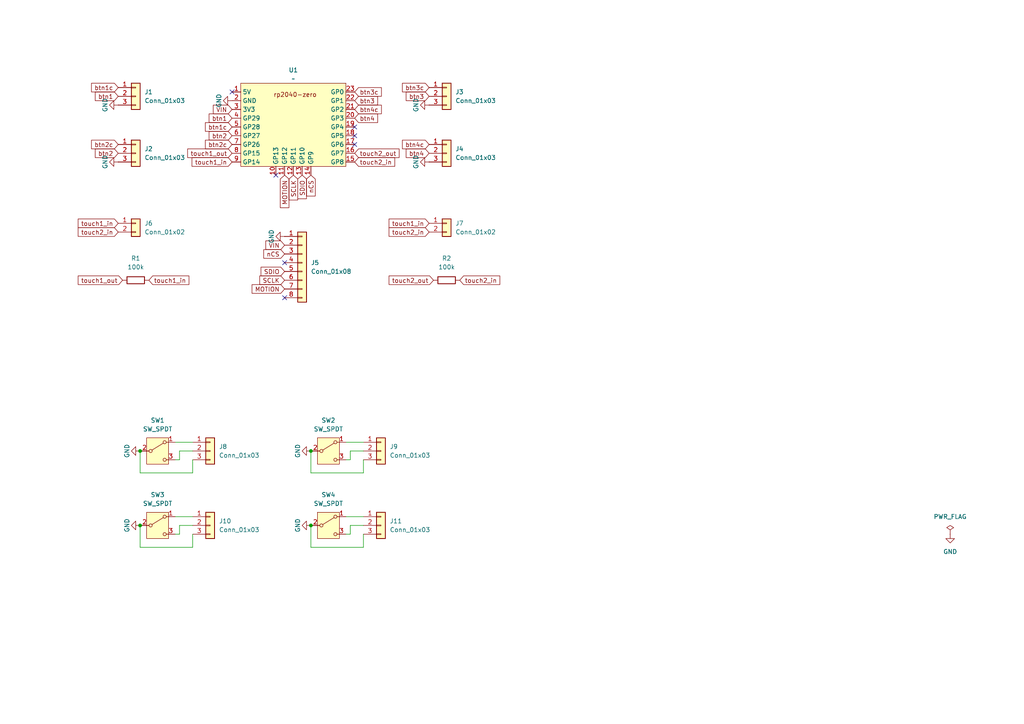
<source format=kicad_sch>
(kicad_sch (version 20231120) (generator "eeschema") (generator_version "8.0")
  (paper "A4")
  (lib_symbols
    (symbol "Connector_Generic:Conn_01x02" (pin_names (offset 1.016) hide)
      (property "Reference" "J" (at 0 2.54 0))
      (property "Value" "Conn_01x02" (at 0 -5.08 0))
      (symbol "Conn_01x02_1_1"
        (rectangle (start -1.27 -2.413) (end 0 -2.667) (stroke (width 0.1524)))
        (rectangle (start -1.27 0.127) (end 0 -0.127) (stroke (width 0.1524)))
        (rectangle (start -1.27 1.27) (end 1.27 -3.81) (stroke (width 0.254)) (fill (type background)))
        (pin passive line (at -5.08 0 0) (length 3.81) (name "Pin_1") (number "1"))
        (pin passive line (at -5.08 -2.54 0) (length 3.81) (name "Pin_2") (number "2"))
      )
    )
    (symbol "Connector_Generic:Conn_01x03" (pin_names (offset 1.016) hide)
      (property "Reference" "J" (at 0 5.08 0))
      (property "Value" "Conn_01x03" (at 0 -5.08 0))
      (symbol "Conn_01x03_1_1"
        (rectangle (start -1.27 -2.413) (end 0 -2.667) (stroke (width 0.1524)))
        (rectangle (start -1.27 0.127) (end 0 -0.127) (stroke (width 0.1524)))
        (rectangle (start -1.27 2.667) (end 0 2.413) (stroke (width 0.1524)))
        (rectangle (start -1.27 3.81) (end 1.27 -3.81) (stroke (width 0.254)) (fill (type background)))
        (pin passive line (at -5.08 2.54 0) (length 3.81) (name "Pin_1") (number "1"))
        (pin passive line (at -5.08 0 0) (length 3.81) (name "Pin_2") (number "2"))
        (pin passive line (at -5.08 -2.54 0) (length 3.81) (name "Pin_3") (number "3"))
      )
    )
    (symbol "Connector_Generic:Conn_01x08" (pin_names (offset 1.016) hide)
      (property "Reference" "J" (at 0 10.16 0))
      (property "Value" "Conn_01x08" (at 0 -12.7 0))
      (symbol "Conn_01x08_1_1"
        (rectangle (start -1.27 -10.033) (end 0 -10.287) (stroke (width 0.1524)))
        (rectangle (start -1.27 -7.493) (end 0 -7.747) (stroke (width 0.1524)))
        (rectangle (start -1.27 -4.953) (end 0 -5.207) (stroke (width 0.1524)))
        (rectangle (start -1.27 -2.413) (end 0 -2.667) (stroke (width 0.1524)))
        (rectangle (start -1.27 0.127) (end 0 -0.127) (stroke (width 0.1524)))
        (rectangle (start -1.27 2.667) (end 0 2.413) (stroke (width 0.1524)))
        (rectangle (start -1.27 5.207) (end 0 4.953) (stroke (width 0.1524)))
        (rectangle (start -1.27 7.747) (end 0 7.493) (stroke (width 0.1524)))
        (rectangle (start -1.27 8.89) (end 1.27 -11.43) (stroke (width 0.254)) (fill (type background)))
        (pin passive line (at -5.08 7.62 0) (length 3.81) (name "Pin_1") (number "1"))
        (pin passive line (at -5.08 5.08 0) (length 3.81) (name "Pin_2") (number "2"))
        (pin passive line (at -5.08 2.54 0) (length 3.81) (name "Pin_3") (number "3"))
        (pin passive line (at -5.08 0 0) (length 3.81) (name "Pin_4") (number "4"))
        (pin passive line (at -5.08 -2.54 0) (length 3.81) (name "Pin_5") (number "5"))
        (pin passive line (at -5.08 -5.08 0) (length 3.81) (name "Pin_6") (number "6"))
        (pin passive line (at -5.08 -7.62 0) (length 3.81) (name "Pin_7") (number "7"))
        (pin passive line (at -5.08 -10.16 0) (length 3.81) (name "Pin_8") (number "8"))
      )
    )
    (symbol "Device:R" (pin_numbers hide) (pin_names (offset 0))
      (property "Reference" "R" (at 2.032 0 90))
      (property "Value" "R" (at 0 0 90))
      (symbol "R_0_1"
        (rectangle (start -1.016 -2.54) (end 1.016 2.54) (stroke (width 0.254)))
      )
      (symbol "R_1_1"
        (pin passive line (at 0 3.81 270) (length 1.27) (name "~") (number "1"))
        (pin passive line (at 0 -3.81 90) (length 1.27) (name "~") (number "2"))
      )
    )
    (symbol "Switch:SW_SPDT" (pin_names (offset 0) hide)
      (property "Reference" "SW" (at 0 5.08 0))
      (property "Value" "SW_SPDT" (at 0 -5.08 0))
      (symbol "SW_SPDT_0_1"
        (circle (center -2.032 0) (radius 0.4572))
        (polyline (pts (xy -1.651 0.254) (xy 1.651 2.286)))
        (circle (center 2.032 -2.54) (radius 0.4572))
        (circle (center 2.032 2.54) (radius 0.4572))
      )
      (symbol "SW_SPDT_1_1"
        (rectangle (start -3.175 3.81) (end 3.175 -3.81) (fill (type background)))
        (pin passive line (at 5.08 2.54 180) (length 2.54) (name "A") (number "1"))
        (pin passive line (at -5.08 0 0) (length 2.54) (name "B") (number "2"))
        (pin passive line (at 5.08 -2.54 180) (length 2.54) (name "C") (number "3"))
      )
    )
    (symbol "kwkb:rp2040-zero"
      (property "Reference" "U" (at -11.684 30.988 0))
      (symbol "rp2040-zero_0_1"
        (rectangle (start -15.24 29.21) (end 15.24 5.08) (fill (type background)))
      )
      (symbol "rp2040-zero_1_0"
        (text "rp2040-zero" (at 0.508 25.908 0) (effects (font (size 1.27 1.27))))
      )
      (symbol "rp2040-zero_1_1"
        (pin power_in line (at -17.78 26.67 0) (length 2.54) (name "5V") (number "1"))
        (pin bidirectional line (at -5.08 2.54 90) (length 2.54) (name "GP13") (number "10"))
        (pin bidirectional line (at -2.54 2.54 90) (length 2.54) (name "GP12") (number "11"))
        (pin bidirectional line (at 0 2.54 90) (length 2.54) (name "GP11") (number "12"))
        (pin bidirectional line (at 2.54 2.54 90) (length 2.54) (name "GP10") (number "13"))
        (pin bidirectional line (at 5.08 2.54 90) (length 2.54) (name "GP9") (number "14"))
        (pin bidirectional line (at 17.78 6.35 180) (length 2.54) (name "GP8") (number "15"))
        (pin bidirectional line (at 17.78 8.89 180) (length 2.54) (name "GP7") (number "16"))
        (pin bidirectional line (at 17.78 11.43 180) (length 2.54) (name "GP6") (number "17"))
        (pin bidirectional line (at 17.78 13.97 180) (length 2.54) (name "GP5") (number "18"))
        (pin bidirectional line (at 17.78 16.51 180) (length 2.54) (name "GP4") (number "19"))
        (pin power_in line (at -17.78 24.13 0) (length 2.54) (name "GND") (number "2"))
        (pin bidirectional line (at 17.78 19.05 180) (length 2.54) (name "GP3") (number "20"))
        (pin bidirectional line (at 17.78 21.59 180) (length 2.54) (name "GP2") (number "21"))
        (pin bidirectional line (at 17.78 24.13 180) (length 2.54) (name "GP1") (number "22"))
        (pin bidirectional line (at 17.78 26.67 180) (length 2.54) (name "GP0") (number "23"))
        (pin bidirectional line (at -17.78 21.59 0) (length 2.54) (name "3V3") (number "3"))
        (pin bidirectional line (at -17.78 19.05 0) (length 2.54) (name "GP29") (number "4"))
        (pin bidirectional line (at -17.78 16.51 0) (length 2.54) (name "GP28") (number "5"))
        (pin bidirectional line (at -17.78 13.97 0) (length 2.54) (name "GP27") (number "6"))
        (pin bidirectional line (at -17.78 11.43 0) (length 2.54) (name "GP26") (number "7"))
        (pin bidirectional line (at -17.78 8.89 0) (length 2.54) (name "GP15") (number "8"))
        (pin bidirectional line (at -17.78 6.35 0) (length 2.54) (name "GP14") (number "9"))
      )
    )
    (symbol "power:GND" (power) (pin_numbers hide) (pin_names (offset 0) hide)
      (property "Value" "GND" (at 0 -3.81 0))
      (symbol "GND_0_1"
        (polyline (pts (xy 0 0) (xy 0 -1.27) (xy 1.27 -1.27) (xy 0 -2.54) (xy -1.27 -1.27) (xy 0 -1.27)))
      )
      (symbol "GND_1_1"
        (pin power_in line (at 0 0 270) (length 0) (name "~") (number "1"))
      )
    )
    (symbol "power:PWR_FLAG" (power) (pin_numbers hide) (pin_names (offset 0) hide)
      (property "Value" "PWR_FLAG" (at 0 3.81 0))
      (symbol "PWR_FLAG_0_0"
        (pin power_out line (at 0 0 90) (length 0) (name "~") (number "1"))
      )
      (symbol "PWR_FLAG_0_1"
        (polyline (pts (xy 0 0) (xy 0 1.27) (xy -1.016 1.905) (xy 0 2.54) (xy 1.016 1.905) (xy 0 1.27)))
      )
    )
  )
  (junction (at 40.64 152.4))
  (junction (at 40.64 130.81))
  (junction (at 90.17 130.81))
  (junction (at 90.17 152.4))
  (no_connect (at 82.55 76.2))
  (no_connect (at 102.87 41.91))
  (no_connect (at 102.87 36.83))
  (no_connect (at 80.01 50.8))
  (no_connect (at 67.31 26.67))
  (no_connect (at 82.55 86.36))
  (no_connect (at 102.87 39.37))
  (wire (pts (xy 55.88 137.16) (xy 40.64 137.16)))
  (wire (pts (xy 50.8 133.35) (xy 52.07 133.35)))
  (wire (pts (xy 90.17 158.75) (xy 90.17 152.4)))
  (wire (pts (xy 101.6 133.35) (xy 101.6 130.81)))
  (wire (pts (xy 105.41 133.35) (xy 105.41 137.16)))
  (wire (pts (xy 50.8 128.27) (xy 55.88 128.27)))
  (wire (pts (xy 40.64 158.75) (xy 40.64 152.4)))
  (wire (pts (xy 100.33 149.86) (xy 105.41 149.86)))
  (wire (pts (xy 55.88 158.75) (xy 40.64 158.75)))
  (wire (pts (xy 50.8 149.86) (xy 55.88 149.86)))
  (wire (pts (xy 52.07 154.94) (xy 52.07 152.4)))
  (wire (pts (xy 100.33 133.35) (xy 101.6 133.35)))
  (wire (pts (xy 101.6 152.4) (xy 105.41 152.4)))
  (wire (pts (xy 52.07 133.35) (xy 52.07 130.81)))
  (wire (pts (xy 101.6 154.94) (xy 101.6 152.4)))
  (wire (pts (xy 52.07 152.4) (xy 55.88 152.4)))
  (wire (pts (xy 101.6 130.81) (xy 105.41 130.81)))
  (wire (pts (xy 40.64 137.16) (xy 40.64 130.81)))
  (wire (pts (xy 100.33 154.94) (xy 101.6 154.94)))
  (wire (pts (xy 90.17 137.16) (xy 90.17 130.81)))
  (wire (pts (xy 105.41 158.75) (xy 90.17 158.75)))
  (wire (pts (xy 105.41 154.94) (xy 105.41 158.75)))
  (wire (pts (xy 52.07 130.81) (xy 55.88 130.81)))
  (wire (pts (xy 50.8 154.94) (xy 52.07 154.94)))
  (wire (pts (xy 100.33 128.27) (xy 105.41 128.27)))
  (wire (pts (xy 55.88 154.94) (xy 55.88 158.75)))
  (wire (pts (xy 105.41 137.16) (xy 90.17 137.16)))
  (wire (pts (xy 55.88 133.35) (xy 55.88 137.16)))
  (global_label "btn1" (shape input) (at 67.31 34.29 180) (property "Intersheetrefs" "${INTERSHEET_REFS}" (effects (hide yes))))
  (global_label "btn2c" (shape input) (at 34.29 41.91 180) (property "Intersheetrefs" "${INTERSHEET_REFS}" (effects (hide yes))))
  (global_label "touch1_in" (shape input) (at 67.31 46.99 180) (property "Intersheetrefs" "${INTERSHEET_REFS}" (effects (hide yes))))
  (global_label "SDIO" (shape input) (at 82.55 78.74 180) (property "Intersheetrefs" "${INTERSHEET_REFS}" (effects (hide yes))))
  (global_label "btn4" (shape input) (at 124.46 44.45 180) (property "Intersheetrefs" "${INTERSHEET_REFS}" (effects (hide yes))))
  (global_label "btn2" (shape input) (at 67.31 39.37 180) (property "Intersheetrefs" "${INTERSHEET_REFS}" (effects (hide yes))))
  (global_label "touch1_out" (shape input) (at 35.56 81.28 180) (property "Intersheetrefs" "${INTERSHEET_REFS}" (effects (hide yes))))
  (global_label "SCLK" (shape input) (at 85.09 50.8 270) (property "Intersheetrefs" "${INTERSHEET_REFS}" (effects (hide yes))))
  (global_label "btn3c" (shape input) (at 102.87 26.67 0) (property "Intersheetrefs" "${INTERSHEET_REFS}" (effects (hide yes))))
  (global_label "touch2_in" (shape input) (at 133.35 81.28 0) (property "Intersheetrefs" "${INTERSHEET_REFS}" (effects (hide yes))))
  (global_label "btn2c" (shape input) (at 67.31 41.91 180) (property "Intersheetrefs" "${INTERSHEET_REFS}" (effects (hide yes))))
  (global_label "btn4c" (shape input) (at 102.87 31.75 0) (property "Intersheetrefs" "${INTERSHEET_REFS}" (effects (hide yes))))
  (global_label "VIN" (shape input) (at 67.31 31.75 180) (property "Intersheetrefs" "${INTERSHEET_REFS}" (effects (hide yes))))
  (global_label "touch2_in" (shape input) (at 34.29 67.31 180) (property "Intersheetrefs" "${INTERSHEET_REFS}" (effects (hide yes))))
  (global_label "touch2_out" (shape input) (at 102.87 44.45 0) (property "Intersheetrefs" "${INTERSHEET_REFS}" (effects (hide yes))))
  (global_label "touch2_in" (shape input) (at 102.87 46.99 0) (property "Intersheetrefs" "${INTERSHEET_REFS}" (effects (hide yes))))
  (global_label "btn1" (shape input) (at 34.29 27.94 180) (property "Intersheetrefs" "${INTERSHEET_REFS}" (effects (hide yes))))
  (global_label "SDIO" (shape input) (at 87.63 50.8 270) (property "Intersheetrefs" "${INTERSHEET_REFS}" (effects (hide yes))))
  (global_label "VIN" (shape input) (at 82.55 71.12 180) (property "Intersheetrefs" "${INTERSHEET_REFS}" (effects (hide yes))))
  (global_label "btn4c" (shape input) (at 124.46 41.91 180) (property "Intersheetrefs" "${INTERSHEET_REFS}" (effects (hide yes))))
  (global_label "nCS" (shape input) (at 90.17 50.8 270) (property "Intersheetrefs" "${INTERSHEET_REFS}" (effects (hide yes))))
  (global_label "MOTION" (shape input) (at 82.55 50.8 270) (property "Intersheetrefs" "${INTERSHEET_REFS}" (effects (hide yes))))
  (global_label "touch1_in" (shape input) (at 124.46 64.77 180) (property "Intersheetrefs" "${INTERSHEET_REFS}" (effects (hide yes))))
  (global_label "btn3" (shape input) (at 102.87 29.21 0) (property "Intersheetrefs" "${INTERSHEET_REFS}" (effects (hide yes))))
  (global_label "touch1_in" (shape input) (at 34.29 64.77 180) (property "Intersheetrefs" "${INTERSHEET_REFS}" (effects (hide yes))))
  (global_label "btn3" (shape input) (at 124.46 27.94 180) (property "Intersheetrefs" "${INTERSHEET_REFS}" (effects (hide yes))))
  (global_label "MOTION" (shape input) (at 82.55 83.82 180) (property "Intersheetrefs" "${INTERSHEET_REFS}" (effects (hide yes))))
  (global_label "touch2_in" (shape input) (at 124.46 67.31 180) (property "Intersheetrefs" "${INTERSHEET_REFS}" (effects (hide yes))))
  (global_label "touch1_in" (shape input) (at 43.18 81.28 0) (property "Intersheetrefs" "${INTERSHEET_REFS}" (effects (hide yes))))
  (global_label "SCLK" (shape input) (at 82.55 81.28 180) (property "Intersheetrefs" "${INTERSHEET_REFS}" (effects (hide yes))))
  (global_label "btn3c" (shape input) (at 124.46 25.4 180) (property "Intersheetrefs" "${INTERSHEET_REFS}" (effects (hide yes))))
  (global_label "btn1c" (shape input) (at 34.29 25.4 180) (property "Intersheetrefs" "${INTERSHEET_REFS}" (effects (hide yes))))
  (global_label "touch1_out" (shape input) (at 67.31 44.45 180) (property "Intersheetrefs" "${INTERSHEET_REFS}" (effects (hide yes))))
  (global_label "nCS" (shape input) (at 82.55 73.66 180) (property "Intersheetrefs" "${INTERSHEET_REFS}" (effects (hide yes))))
  (global_label "btn1c" (shape input) (at 67.31 36.83 180) (property "Intersheetrefs" "${INTERSHEET_REFS}" (effects (hide yes))))
  (global_label "btn2" (shape input) (at 34.29 44.45 180) (property "Intersheetrefs" "${INTERSHEET_REFS}" (effects (hide yes))))
  (global_label "btn4" (shape input) (at 102.87 34.29 0) (property "Intersheetrefs" "${INTERSHEET_REFS}" (effects (hide yes))))
  (global_label "touch2_out" (shape input) (at 125.73 81.28 180) (property "Intersheetrefs" "${INTERSHEET_REFS}" (effects (hide yes))))
  (symbol (lib_id "power:GND") (at 275.59 154.94 0) (unit 1)
    (property "Reference" "#PWR02" (effects (hide yes)))
    (property "Value" "GND" (at 275.59 160.02 0))
    (property "Description" "Power symbol creates a global label with name \"GND\" , ground" (effects (hide yes)))
  )
  (symbol (lib_id "power:GND") (at 124.46 30.48 270) (unit 1)
    (property "Reference" "#PWR04" (effects (hide yes)))
    (property "Value" "GND" (at 120.65 30.48 0))
    (property "Description" "Power symbol creates a global label with name \"GND\" , ground" (effects (hide yes)))
  )
  (symbol (lib_id "power:GND") (at 124.46 46.99 270) (unit 1)
    (property "Reference" "#PWR05" (effects (hide yes)))
    (property "Value" "GND" (at 120.65 46.99 0))
    (property "Description" "Power symbol creates a global label with name \"GND\" , ground" (effects (hide yes)))
  )
  (symbol (lib_id "Connector_Generic:Conn_01x03") (at 110.49 130.81 0) (unit 1)
    (property "Reference" "J9" (at 113.03 129.5399 0) (effects (justify left)))
    (property "Value" "Conn_01x03" (at 113.03 132.0799 0) (effects (justify left)))
    (property "Footprint" "Connector_PinHeader_2.00mm:PinHeader_1x03_P2.00mm_Vertical" (effects (hide yes)))
    (property "Description" "Generic connector, single row, 01x03, script generated (kicad-library-utils/schlib/autogen/connector/)" (effects (hide yes)))
  )
  (symbol (lib_id "power:GND") (at 34.29 46.99 270) (unit 1)
    (property "Reference" "#PWR03" (effects (hide yes)))
    (property "Value" "GND" (at 30.48 46.99 0))
    (property "Description" "Power symbol creates a global label with name \"GND\" , ground" (effects (hide yes)))
  )
  (symbol (lib_id "Device:R") (at 129.54 81.28 90) (unit 1)
    (property "Reference" "R2" (at 129.54 74.93 90))
    (property "Value" "100k" (at 129.54 77.47 90))
    (property "Footprint" "Resistor_SMD:R_1206_3216Metric" (effects (hide yes)))
    (property "Description" "Resistor" (effects (hide yes)))
  )
  (symbol (lib_id "power:GND") (at 67.31 29.21 270) (unit 1)
    (property "Reference" "#PWR01" (effects (hide yes)))
    (property "Value" "GND" (at 63.5 29.21 0))
    (property "Description" "Power symbol creates a global label with name \"GND\" , ground" (effects (hide yes)))
  )
  (symbol (lib_id "Connector_Generic:Conn_01x08") (at 87.63 76.2 0) (unit 1)
    (property "Reference" "J5" (at 90.17 76.1999 0) (effects (justify left)))
    (property "Value" "Conn_01x08" (at 90.17 78.7399 0) (effects (justify left)))
    (property "Footprint" "Connector_FFC-FPC:Hirose_FH12-8S-0.5SH_1x08-1MP_P0.50mm_Horizontal" (effects (hide yes)))
    (property "Description" "Generic connector, single row, 01x08, script generated (kicad-library-utils/schlib/autogen/connector/)" (effects (hide yes)))
  )
  (symbol (lib_id "Connector_Generic:Conn_01x03") (at 110.49 152.4 0) (unit 1)
    (property "Reference" "J11" (at 113.03 151.1299 0) (effects (justify left)))
    (property "Value" "Conn_01x03" (at 113.03 153.6699 0) (effects (justify left)))
    (property "Footprint" "Connector_PinHeader_2.00mm:PinHeader_1x03_P2.00mm_Vertical" (effects (hide yes)))
    (property "Description" "Generic connector, single row, 01x03, script generated (kicad-library-utils/schlib/autogen/connector/)" (effects (hide yes)))
  )
  (symbol (lib_id "Connector_Generic:Conn_01x03") (at 129.54 44.45 0) (unit 1)
    (property "Reference" "J4" (at 132.08 43.1799 0) (effects (justify left)))
    (property "Value" "Conn_01x03" (at 132.08 45.7199 0) (effects (justify left)))
    (property "Footprint" "Connector_JST:JST_GH_BM03B-GHS-TBT_1x03-1MP_P1.25mm_Vertical" (effects (hide yes)))
    (property "Description" "Generic connector, single row, 01x03, script generated (kicad-library-utils/schlib/autogen/connector/)" (effects (hide yes)))
  )
  (symbol (lib_id "Switch:SW_SPDT") (at 95.25 130.81 0) (unit 1)
    (property "Reference" "SW2" (at 95.25 121.92 0))
    (property "Value" "SW_SPDT" (at 95.25 124.46 0))
    (property "Footprint" "kwkb-footprint:MouseSwitch" (effects (hide yes)))
    (property "Description" "Switch, single pole double throw" (effects (hide yes)))
  )
  (symbol (lib_id "Connector_Generic:Conn_01x03") (at 39.37 27.94 0) (unit 1)
    (property "Reference" "J1" (at 41.91 26.6699 0) (effects (justify left)))
    (property "Value" "Conn_01x03" (at 41.91 29.2099 0) (effects (justify left)))
    (property "Footprint" "Connector_JST:JST_GH_BM03B-GHS-TBT_1x03-1MP_P1.25mm_Vertical" (effects (hide yes)))
    (property "Description" "Generic connector, single row, 01x03, script generated (kicad-library-utils/schlib/autogen/connector/)" (effects (hide yes)))
  )
  (symbol (lib_id "Connector_Generic:Conn_01x03") (at 60.96 130.81 0) (unit 1)
    (property "Reference" "J8" (at 63.5 129.5399 0) (effects (justify left)))
    (property "Value" "Conn_01x03" (at 63.5 132.0799 0) (effects (justify left)))
    (property "Footprint" "Connector_PinHeader_2.00mm:PinHeader_1x03_P2.00mm_Vertical" (effects (hide yes)))
    (property "Description" "Generic connector, single row, 01x03, script generated (kicad-library-utils/schlib/autogen/connector/)" (effects (hide yes)))
  )
  (symbol (lib_id "power:GND") (at 34.29 30.48 270) (unit 1)
    (property "Reference" "#PWR012" (effects (hide yes)))
    (property "Value" "GND" (at 30.48 30.48 0))
    (property "Description" "Power symbol creates a global label with name \"GND\" , ground" (effects (hide yes)))
  )
  (symbol (lib_id "power:GND") (at 90.17 130.81 270) (unit 1)
    (property "Reference" "#PWR010" (effects (hide yes)))
    (property "Value" "GND" (at 86.36 130.81 0))
    (property "Description" "Power symbol creates a global label with name \"GND\" , ground" (effects (hide yes)))
  )
  (symbol (lib_id "power:GND") (at 90.17 152.4 270) (unit 1)
    (property "Reference" "#PWR08" (effects (hide yes)))
    (property "Value" "GND" (at 86.36 152.4 0))
    (property "Description" "Power symbol creates a global label with name \"GND\" , ground" (effects (hide yes)))
  )
  (symbol (lib_id "Connector_Generic:Conn_01x02") (at 129.54 64.77 0) (unit 1)
    (property "Reference" "J7" (at 132.08 64.7699 0) (effects (justify left)))
    (property "Value" "Conn_01x02" (at 132.08 67.3099 0) (effects (justify left)))
    (property "Footprint" "Connector_JST:JST_GH_BM02B-GHS-TBT_1x02-1MP_P1.25mm_Vertical" (effects (hide yes)))
    (property "Description" "Generic connector, single row, 01x02, script generated (kicad-library-utils/schlib/autogen/connector/)" (effects (hide yes)))
  )
  (symbol (lib_id "Switch:SW_SPDT") (at 45.72 152.4 0) (unit 1)
    (property "Reference" "SW3" (at 45.72 143.51 0))
    (property "Value" "SW_SPDT" (at 45.72 146.05 0))
    (property "Footprint" "kwkb-footprint:MouseSwitch" (effects (hide yes)))
    (property "Description" "Switch, single pole double throw" (effects (hide yes)))
  )
  (symbol (lib_id "Connector_Generic:Conn_01x02") (at 39.37 64.77 0) (unit 1)
    (property "Reference" "J6" (at 41.91 64.7699 0) (effects (justify left)))
    (property "Value" "Conn_01x02" (at 41.91 67.3099 0) (effects (justify left)))
    (property "Footprint" "Connector_JST:JST_GH_BM02B-GHS-TBT_1x02-1MP_P1.25mm_Vertical" (effects (hide yes)))
    (property "Description" "Generic connector, single row, 01x02, script generated (kicad-library-utils/schlib/autogen/connector/)" (effects (hide yes)))
  )
  (symbol (lib_id "power:GND") (at 82.55 68.58 270) (unit 1)
    (property "Reference" "#PWR09" (effects (hide yes)))
    (property "Value" "GND" (at 78.74 68.58 0))
    (property "Description" "Power symbol creates a global label with name \"GND\" , ground" (effects (hide yes)))
  )
  (symbol (lib_id "kwkb:rp2040-zero") (at 85.09 53.34 0) (unit 1)
    (property "Reference" "U1" (at 85.09 20.32 0))
    (property "Value" "~" (at 85.09 22.86 0))
    (property "Footprint" "kwkb-footprint:RP2024-Zero" (effects (hide yes)))
  )
  (symbol (lib_id "Device:R") (at 39.37 81.28 90) (unit 1)
    (property "Reference" "R1" (at 39.37 74.93 90))
    (property "Value" "100k" (at 39.37 77.47 90))
    (property "Footprint" "Resistor_SMD:R_1206_3216Metric" (effects (hide yes)))
    (property "Description" "Resistor" (effects (hide yes)))
  )
  (symbol (lib_id "Connector_Generic:Conn_01x03") (at 60.96 152.4 0) (unit 1)
    (property "Reference" "J10" (at 63.5 151.1299 0) (effects (justify left)))
    (property "Value" "Conn_01x03" (at 63.5 153.6699 0) (effects (justify left)))
    (property "Footprint" "Connector_PinHeader_2.00mm:PinHeader_1x03_P2.00mm_Vertical" (effects (hide yes)))
    (property "Description" "Generic connector, single row, 01x03, script generated (kicad-library-utils/schlib/autogen/connector/)" (effects (hide yes)))
  )
  (symbol (lib_id "Switch:SW_SPDT") (at 95.25 152.4 0) (unit 1)
    (property "Reference" "SW4" (at 95.25 143.51 0))
    (property "Value" "SW_SPDT" (at 95.25 146.05 0))
    (property "Footprint" "kwkb-footprint:MouseSwitch" (effects (hide yes)))
    (property "Description" "Switch, single pole double throw" (effects (hide yes)))
  )
  (symbol (lib_id "power:PWR_FLAG") (at 275.59 154.94 0) (unit 1)
    (property "Reference" "#FLG01" (effects (hide yes)))
    (property "Value" "PWR_FLAG" (at 275.59 149.86 0))
    (property "Description" "Special symbol for telling ERC where power comes from" (effects (hide yes)))
  )
  (symbol (lib_id "Switch:SW_SPDT") (at 45.72 130.81 0) (unit 1)
    (property "Reference" "SW1" (at 45.72 121.92 0))
    (property "Value" "SW_SPDT" (at 45.72 124.46 0))
    (property "Footprint" "kwkb-footprint:MouseSwitch" (effects (hide yes)))
    (property "Description" "Switch, single pole double throw" (effects (hide yes)))
  )
  (symbol (lib_id "power:GND") (at 40.64 130.81 270) (unit 1)
    (property "Reference" "#PWR06" (effects (hide yes)))
    (property "Value" "GND" (at 36.83 130.81 0))
    (property "Description" "Power symbol creates a global label with name \"GND\" , ground" (effects (hide yes)))
  )
  (symbol (lib_id "power:GND") (at 40.64 152.4 270) (unit 1)
    (property "Reference" "#PWR07" (effects (hide yes)))
    (property "Value" "GND" (at 36.83 152.4 0))
    (property "Description" "Power symbol creates a global label with name \"GND\" , ground" (effects (hide yes)))
  )
  (symbol (lib_id "Connector_Generic:Conn_01x03") (at 129.54 27.94 0) (unit 1)
    (property "Reference" "J3" (at 132.08 26.6699 0) (effects (justify left)))
    (property "Value" "Conn_01x03" (at 132.08 29.2099 0) (effects (justify left)))
    (property "Footprint" "Connector_JST:JST_GH_BM03B-GHS-TBT_1x03-1MP_P1.25mm_Vertical" (effects (hide yes)))
    (property "Description" "Generic connector, single row, 01x03, script generated (kicad-library-utils/schlib/autogen/connector/)" (effects (hide yes)))
  )
  (symbol (lib_id "Connector_Generic:Conn_01x03") (at 39.37 44.45 0) (unit 1)
    (property "Reference" "J2" (at 41.91 43.1799 0) (effects (justify left)))
    (property "Value" "Conn_01x03" (at 41.91 45.7199 0) (effects (justify left)))
    (property "Footprint" "Connector_JST:JST_GH_BM03B-GHS-TBT_1x03-1MP_P1.25mm_Vertical" (effects (hide yes)))
    (property "Description" "Generic connector, single row, 01x03, script generated (kicad-library-utils/schlib/autogen/connector/)" (effects (hide yes)))
  )
)
</source>
